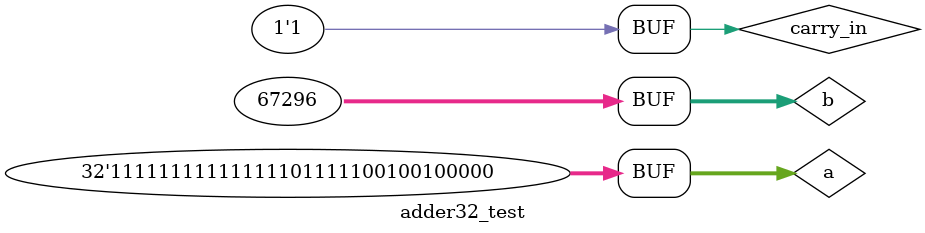
<source format=v>
`define DELAY 20
module adder32_test(); 
	reg [31:0]a, b;
	reg carry_in;
	wire [31:0]sum;
	wire carry_out;

	adder32 fatb (a, b, carry_in,sum, carry_out);

	initial begin
	a=15; b=20; carry_in=0;
	#`DELAY;
	a=10; b=8; carry_in=1;
	#`DELAY;
	a=300; b=15; carry_in=1;
	#`DELAY;
	a=4294900000; b=67296; carry_in=1;
	#`DELAY;
	end
 
 
	initial
		begin
			$monitor("time = %2d, a =%d, b=%d, carry_in=%1b, sum =%d, carry_out=%1b", $time, a, b, carry_in, sum, carry_out);
		end
 
endmodule
</source>
